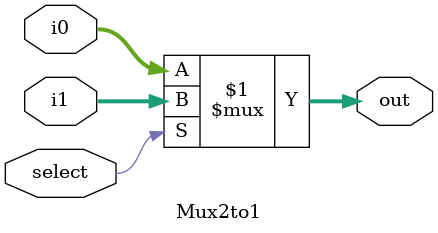
<source format=v>
module Mux2to1 
	#(parameter W = 3) (i0, i1, select, out);
	
	input [W-1:0] i0, i1;
	input select;
	output [W-1:0] out;

	assign out = (select) ? i1 : i0;

endmodule

</source>
